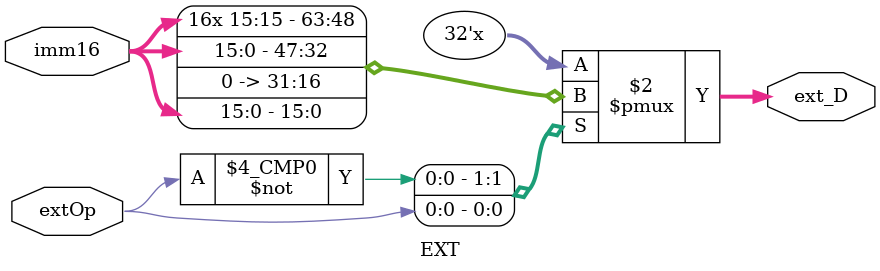
<source format=v>
`timescale 1ns / 1ps
module EXT(
    input [15:0] imm16,
    input extOp,
    output reg [31:0] ext_D
    );
	always@(*)begin
		case(extOp)
			0:begin
				ext_D={{16{imm16[15]}},imm16};
			end
			1:begin
				ext_D={{16{1'b0}},imm16};
			end
			default:begin
				ext_D=0;
			end
		endcase
	 end
endmodule

</source>
